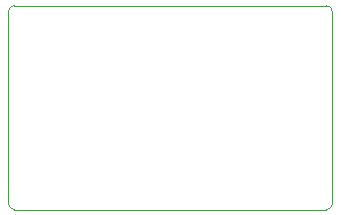
<source format=gbr>
G04 #@! TF.GenerationSoftware,KiCad,Pcbnew,7.0.1*
G04 #@! TF.CreationDate,2023-08-14T23:40:13-05:00*
G04 #@! TF.ProjectId,ButtonToActionChallenge,42757474-6f6e-4546-9f41-6374696f6e43,rev?*
G04 #@! TF.SameCoordinates,Original*
G04 #@! TF.FileFunction,Profile,NP*
%FSLAX46Y46*%
G04 Gerber Fmt 4.6, Leading zero omitted, Abs format (unit mm)*
G04 Created by KiCad (PCBNEW 7.0.1) date 2023-08-14 23:40:13*
%MOMM*%
%LPD*%
G01*
G04 APERTURE LIST*
G04 #@! TA.AperFunction,Profile*
%ADD10C,0.050000*%
G04 #@! TD*
G04 APERTURE END LIST*
D10*
X135382000Y-81788000D02*
X135382000Y-65532000D01*
X135382000Y-81788000D02*
G75*
G03*
X135890000Y-82296000I508000J0D01*
G01*
X162306000Y-82296000D02*
G75*
G03*
X162814000Y-81788000I0J508000D01*
G01*
X162306000Y-82296000D02*
X135890000Y-82296000D01*
X135890000Y-65024000D02*
X162306000Y-65024000D01*
X162814000Y-65532000D02*
X162814000Y-81788000D01*
X135890000Y-65024000D02*
G75*
G03*
X135382000Y-65532000I0J-508000D01*
G01*
X162814000Y-65532000D02*
G75*
G03*
X162306000Y-65024000I-508000J0D01*
G01*
M02*

</source>
